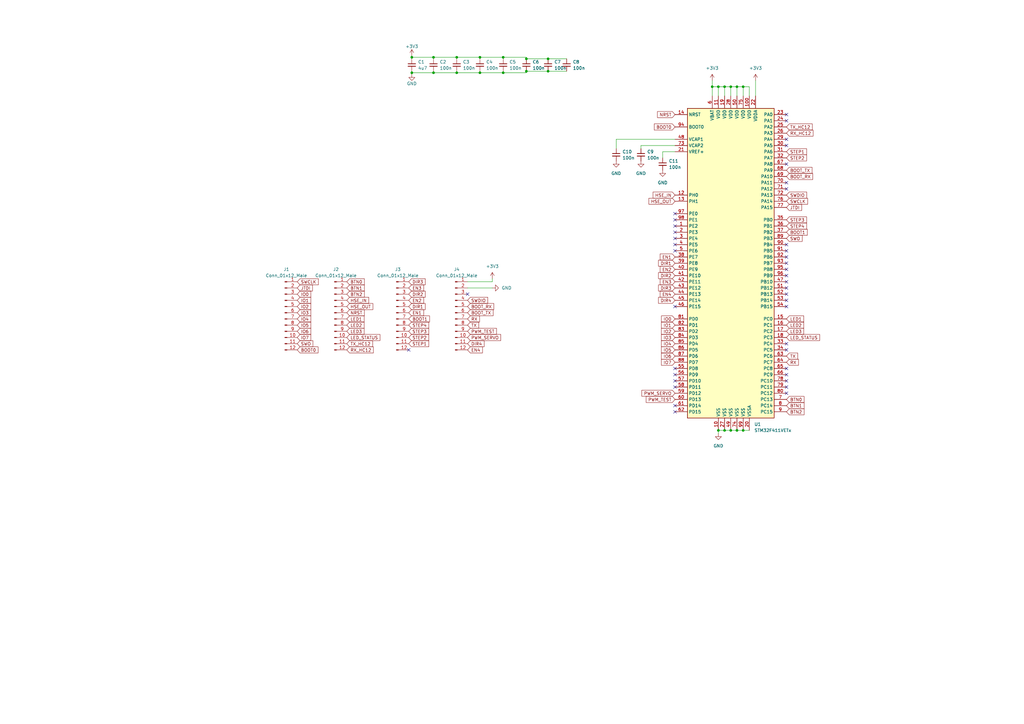
<source format=kicad_sch>
(kicad_sch (version 20211123) (generator eeschema)
  (paper "A3")
  (lib_symbols
    (symbol "Connector:Conn_01x12_Male" (pin_names (offset 1.016) hide)
      (property "Reference" "J" (at 0 15.24 0))
      (property "Value" "Conn_01x12_Male" (at 0 -17.78 0))
      (symbol "Conn_01x12_Male_1_1"
        (polyline (pts (xy 1.27 -15.24) (xy 0.8636 -15.24)) (stroke (width 0.1524)))
        (polyline (pts (xy 1.27 -12.7) (xy 0.8636 -12.7)) (stroke (width 0.1524)))
        (polyline (pts (xy 1.27 -10.16) (xy 0.8636 -10.16)) (stroke (width 0.1524)))
        (polyline (pts (xy 1.27 -7.62) (xy 0.8636 -7.62)) (stroke (width 0.1524)))
        (polyline (pts (xy 1.27 -5.08) (xy 0.8636 -5.08)) (stroke (width 0.1524)))
        (polyline (pts (xy 1.27 -2.54) (xy 0.8636 -2.54)) (stroke (width 0.1524)))
        (polyline (pts (xy 1.27 0) (xy 0.8636 0)) (stroke (width 0.1524)))
        (polyline (pts (xy 1.27 2.54) (xy 0.8636 2.54)) (stroke (width 0.1524)))
        (polyline (pts (xy 1.27 5.08) (xy 0.8636 5.08)) (stroke (width 0.1524)))
        (polyline (pts (xy 1.27 7.62) (xy 0.8636 7.62)) (stroke (width 0.1524)))
        (polyline (pts (xy 1.27 10.16) (xy 0.8636 10.16)) (stroke (width 0.1524)))
        (polyline (pts (xy 1.27 12.7) (xy 0.8636 12.7)) (stroke (width 0.1524)))
        (rectangle (start 0.8636 -15.113) (end 0 -15.367) (stroke (width 0.1524)) (fill (type outline)))
        (rectangle (start 0.8636 -12.573) (end 0 -12.827) (stroke (width 0.1524)) (fill (type outline)))
        (rectangle (start 0.8636 -10.033) (end 0 -10.287) (stroke (width 0.1524)) (fill (type outline)))
        (rectangle (start 0.8636 -7.493) (end 0 -7.747) (stroke (width 0.1524)) (fill (type outline)))
        (rectangle (start 0.8636 -4.953) (end 0 -5.207) (stroke (width 0.1524)) (fill (type outline)))
        (rectangle (start 0.8636 -2.413) (end 0 -2.667) (stroke (width 0.1524)) (fill (type outline)))
        (rectangle (start 0.8636 0.127) (end 0 -0.127) (stroke (width 0.1524)) (fill (type outline)))
        (rectangle (start 0.8636 2.667) (end 0 2.413) (stroke (width 0.1524)) (fill (type outline)))
        (rectangle (start 0.8636 5.207) (end 0 4.953) (stroke (width 0.1524)) (fill (type outline)))
        (rectangle (start 0.8636 7.747) (end 0 7.493) (stroke (width 0.1524)) (fill (type outline)))
        (rectangle (start 0.8636 10.287) (end 0 10.033) (stroke (width 0.1524)) (fill (type outline)))
        (rectangle (start 0.8636 12.827) (end 0 12.573) (stroke (width 0.1524)) (fill (type outline)))
        (pin passive line (at 5.08 12.7 180) (length 3.81) (name "Pin_1") (number "1"))
        (pin passive line (at 5.08 -10.16 180) (length 3.81) (name "Pin_10") (number "10"))
        (pin passive line (at 5.08 -12.7 180) (length 3.81) (name "Pin_11") (number "11"))
        (pin passive line (at 5.08 -15.24 180) (length 3.81) (name "Pin_12") (number "12"))
        (pin passive line (at 5.08 10.16 180) (length 3.81) (name "Pin_2") (number "2"))
        (pin passive line (at 5.08 7.62 180) (length 3.81) (name "Pin_3") (number "3"))
        (pin passive line (at 5.08 5.08 180) (length 3.81) (name "Pin_4") (number "4"))
        (pin passive line (at 5.08 2.54 180) (length 3.81) (name "Pin_5") (number "5"))
        (pin passive line (at 5.08 0 180) (length 3.81) (name "Pin_6") (number "6"))
        (pin passive line (at 5.08 -2.54 180) (length 3.81) (name "Pin_7") (number "7"))
        (pin passive line (at 5.08 -5.08 180) (length 3.81) (name "Pin_8") (number "8"))
        (pin passive line (at 5.08 -7.62 180) (length 3.81) (name "Pin_9") (number "9"))
      )
    )
    (symbol "Device:C_Small" (pin_numbers hide) (pin_names (offset 0.254) hide)
      (property "Reference" "C" (at 0.254 1.778 0))
      (property "Value" "C_Small" (at 0.254 -2.032 0))
      (symbol "C_Small_0_1"
        (polyline (pts (xy -1.524 -0.508) (xy 1.524 -0.508)) (stroke (width 0.3302)))
        (polyline (pts (xy -1.524 0.508) (xy 1.524 0.508)) (stroke (width 0.3048)))
      )
      (symbol "C_Small_1_1"
        (pin passive line (at 0 2.54 270) (length 2.032) (name "~") (number "1"))
        (pin passive line (at 0 -2.54 90) (length 2.032) (name "~") (number "2"))
      )
    )
    (symbol "MCU_ST_STM32F4:STM32F411VETx"
      (property "Reference" "U" (at -17.78 64.77 0))
      (property "Value" "STM32F411VETx" (at 12.7 64.77 0))
      (symbol "STM32F411VETx_0_1"
        (rectangle (start -17.78 -63.5) (end 17.78 63.5) (stroke (width 0.254)) (fill (type background)))
      )
      (symbol "STM32F411VETx_1_1"
        (pin bidirectional line (at -22.86 15.24 0) (length 5.08) (name "PE2") (number "1"))
        (pin power_in line (at -5.08 -68.58 90) (length 5.08) (name "VSS") (number "10"))
        (pin power_in line (at 7.62 68.58 270) (length 5.08) (name "VDD") (number "100"))
        (pin power_in line (at -5.08 68.58 270) (length 5.08) (name "VDD") (number "11"))
        (pin input line (at -22.86 27.94 0) (length 5.08) (name "PH0") (number "12"))
        (pin input line (at -22.86 25.4 0) (length 5.08) (name "PH1") (number "13"))
        (pin input line (at -22.86 60.96 0) (length 5.08) (name "NRST") (number "14"))
        (pin bidirectional line (at 22.86 -22.86 180) (length 5.08) (name "PC0") (number "15"))
        (pin bidirectional line (at 22.86 -25.4 180) (length 5.08) (name "PC1") (number "16"))
        (pin bidirectional line (at 22.86 -27.94 180) (length 5.08) (name "PC2") (number "17"))
        (pin bidirectional line (at 22.86 -30.48 180) (length 5.08) (name "PC3") (number "18"))
        (pin power_in line (at -2.54 68.58 270) (length 5.08) (name "VDD") (number "19"))
        (pin bidirectional line (at -22.86 12.7 0) (length 5.08) (name "PE3") (number "2"))
        (pin power_in line (at 7.62 -68.58 90) (length 5.08) (name "VSSA") (number "20"))
        (pin power_in line (at -22.86 45.72 0) (length 5.08) (name "VREF+") (number "21"))
        (pin power_in line (at 10.16 68.58 270) (length 5.08) (name "VDDA") (number "22"))
        (pin bidirectional line (at 22.86 60.96 180) (length 5.08) (name "PA0") (number "23"))
        (pin bidirectional line (at 22.86 58.42 180) (length 5.08) (name "PA1") (number "24"))
        (pin bidirectional line (at 22.86 55.88 180) (length 5.08) (name "PA2") (number "25"))
        (pin bidirectional line (at 22.86 53.34 180) (length 5.08) (name "PA3") (number "26"))
        (pin power_in line (at -2.54 -68.58 90) (length 5.08) (name "VSS") (number "27"))
        (pin power_in line (at 0 68.58 270) (length 5.08) (name "VDD") (number "28"))
        (pin bidirectional line (at 22.86 50.8 180) (length 5.08) (name "PA4") (number "29"))
        (pin bidirectional line (at -22.86 10.16 0) (length 5.08) (name "PE4") (number "3"))
        (pin bidirectional line (at 22.86 48.26 180) (length 5.08) (name "PA5") (number "30"))
        (pin bidirectional line (at 22.86 45.72 180) (length 5.08) (name "PA6") (number "31"))
        (pin bidirectional line (at 22.86 43.18 180) (length 5.08) (name "PA7") (number "32"))
        (pin bidirectional line (at 22.86 -33.02 180) (length 5.08) (name "PC4") (number "33"))
        (pin bidirectional line (at 22.86 -35.56 180) (length 5.08) (name "PC5") (number "34"))
        (pin bidirectional line (at 22.86 17.78 180) (length 5.08) (name "PB0") (number "35"))
        (pin bidirectional line (at 22.86 15.24 180) (length 5.08) (name "PB1") (number "36"))
        (pin bidirectional line (at 22.86 12.7 180) (length 5.08) (name "PB2") (number "37"))
        (pin bidirectional line (at -22.86 2.54 0) (length 5.08) (name "PE7") (number "38"))
        (pin bidirectional line (at -22.86 0 0) (length 5.08) (name "PE8") (number "39"))
        (pin bidirectional line (at -22.86 7.62 0) (length 5.08) (name "PE5") (number "4"))
        (pin bidirectional line (at -22.86 -2.54 0) (length 5.08) (name "PE9") (number "40"))
        (pin bidirectional line (at -22.86 -5.08 0) (length 5.08) (name "PE10") (number "41"))
        (pin bidirectional line (at -22.86 -7.62 0) (length 5.08) (name "PE11") (number "42"))
        (pin bidirectional line (at -22.86 -10.16 0) (length 5.08) (name "PE12") (number "43"))
        (pin bidirectional line (at -22.86 -12.7 0) (length 5.08) (name "PE13") (number "44"))
        (pin bidirectional line (at -22.86 -15.24 0) (length 5.08) (name "PE14") (number "45"))
        (pin bidirectional line (at -22.86 -17.78 0) (length 5.08) (name "PE15") (number "46"))
        (pin bidirectional line (at 22.86 -7.62 180) (length 5.08) (name "PB10") (number "47"))
        (pin power_in line (at -22.86 50.8 0) (length 5.08) (name "VCAP1") (number "48"))
        (pin power_in line (at 0 -68.58 90) (length 5.08) (name "VSS") (number "49"))
        (pin bidirectional line (at -22.86 5.08 0) (length 5.08) (name "PE6") (number "5"))
        (pin power_in line (at 2.54 68.58 270) (length 5.08) (name "VDD") (number "50"))
        (pin bidirectional line (at 22.86 -10.16 180) (length 5.08) (name "PB12") (number "51"))
        (pin bidirectional line (at 22.86 -12.7 180) (length 5.08) (name "PB13") (number "52"))
        (pin bidirectional line (at 22.86 -15.24 180) (length 5.08) (name "PB14") (number "53"))
        (pin bidirectional line (at 22.86 -17.78 180) (length 5.08) (name "PB15") (number "54"))
        (pin bidirectional line (at -22.86 -43.18 0) (length 5.08) (name "PD8") (number "55"))
        (pin bidirectional line (at -22.86 -45.72 0) (length 5.08) (name "PD9") (number "56"))
        (pin bidirectional line (at -22.86 -48.26 0) (length 5.08) (name "PD10") (number "57"))
        (pin bidirectional line (at -22.86 -50.8 0) (length 5.08) (name "PD11") (number "58"))
        (pin bidirectional line (at -22.86 -53.34 0) (length 5.08) (name "PD12") (number "59"))
        (pin power_in line (at -7.62 68.58 270) (length 5.08) (name "VBAT") (number "6"))
        (pin bidirectional line (at -22.86 -55.88 0) (length 5.08) (name "PD13") (number "60"))
        (pin bidirectional line (at -22.86 -58.42 0) (length 5.08) (name "PD14") (number "61"))
        (pin bidirectional line (at -22.86 -60.96 0) (length 5.08) (name "PD15") (number "62"))
        (pin bidirectional line (at 22.86 -38.1 180) (length 5.08) (name "PC6") (number "63"))
        (pin bidirectional line (at 22.86 -40.64 180) (length 5.08) (name "PC7") (number "64"))
        (pin bidirectional line (at 22.86 -43.18 180) (length 5.08) (name "PC8") (number "65"))
        (pin bidirectional line (at 22.86 -45.72 180) (length 5.08) (name "PC9") (number "66"))
        (pin bidirectional line (at 22.86 40.64 180) (length 5.08) (name "PA8") (number "67"))
        (pin bidirectional line (at 22.86 38.1 180) (length 5.08) (name "PA9") (number "68"))
        (pin bidirectional line (at 22.86 35.56 180) (length 5.08) (name "PA10") (number "69"))
        (pin bidirectional line (at 22.86 -55.88 180) (length 5.08) (name "PC13") (number "7"))
        (pin bidirectional line (at 22.86 33.02 180) (length 5.08) (name "PA11") (number "70"))
        (pin bidirectional line (at 22.86 30.48 180) (length 5.08) (name "PA12") (number "71"))
        (pin bidirectional line (at 22.86 27.94 180) (length 5.08) (name "PA13") (number "72"))
        (pin power_in line (at -22.86 48.26 0) (length 5.08) (name "VCAP2") (number "73"))
        (pin power_in line (at 2.54 -68.58 90) (length 5.08) (name "VSS") (number "74"))
        (pin power_in line (at 5.08 68.58 270) (length 5.08) (name "VDD") (number "75"))
        (pin bidirectional line (at 22.86 25.4 180) (length 5.08) (name "PA14") (number "76"))
        (pin bidirectional line (at 22.86 22.86 180) (length 5.08) (name "PA15") (number "77"))
        (pin bidirectional line (at 22.86 -48.26 180) (length 5.08) (name "PC10") (number "78"))
        (pin bidirectional line (at 22.86 -50.8 180) (length 5.08) (name "PC11") (number "79"))
        (pin bidirectional line (at 22.86 -58.42 180) (length 5.08) (name "PC14") (number "8"))
        (pin bidirectional line (at 22.86 -53.34 180) (length 5.08) (name "PC12") (number "80"))
        (pin bidirectional line (at -22.86 -22.86 0) (length 5.08) (name "PD0") (number "81"))
        (pin bidirectional line (at -22.86 -25.4 0) (length 5.08) (name "PD1") (number "82"))
        (pin bidirectional line (at -22.86 -27.94 0) (length 5.08) (name "PD2") (number "83"))
        (pin bidirectional line (at -22.86 -30.48 0) (length 5.08) (name "PD3") (number "84"))
        (pin bidirectional line (at -22.86 -33.02 0) (length 5.08) (name "PD4") (number "85"))
        (pin bidirectional line (at -22.86 -35.56 0) (length 5.08) (name "PD5") (number "86"))
        (pin bidirectional line (at -22.86 -38.1 0) (length 5.08) (name "PD6") (number "87"))
        (pin bidirectional line (at -22.86 -40.64 0) (length 5.08) (name "PD7") (number "88"))
        (pin bidirectional line (at 22.86 10.16 180) (length 5.08) (name "PB3") (number "89"))
        (pin bidirectional line (at 22.86 -60.96 180) (length 5.08) (name "PC15") (number "9"))
        (pin bidirectional line (at 22.86 7.62 180) (length 5.08) (name "PB4") (number "90"))
        (pin bidirectional line (at 22.86 5.08 180) (length 5.08) (name "PB5") (number "91"))
        (pin bidirectional line (at 22.86 2.54 180) (length 5.08) (name "PB6") (number "92"))
        (pin bidirectional line (at 22.86 0 180) (length 5.08) (name "PB7") (number "93"))
        (pin input line (at -22.86 55.88 0) (length 5.08) (name "BOOT0") (number "94"))
        (pin bidirectional line (at 22.86 -2.54 180) (length 5.08) (name "PB8") (number "95"))
        (pin bidirectional line (at 22.86 -5.08 180) (length 5.08) (name "PB9") (number "96"))
        (pin bidirectional line (at -22.86 20.32 0) (length 5.08) (name "PE0") (number "97"))
        (pin bidirectional line (at -22.86 17.78 0) (length 5.08) (name "PE1") (number "98"))
        (pin power_in line (at 5.08 -68.58 90) (length 5.08) (name "VSS") (number "99"))
      )
    )
    (symbol "power:+3.3V" (power) (pin_names (offset 0))
      (property "Value" "+3.3V" (at 0 3.556 0))
      (symbol "+3.3V_0_1"
        (polyline (pts (xy -0.762 1.27) (xy 0 2.54)))
        (polyline (pts (xy 0 0) (xy 0 2.54)))
        (polyline (pts (xy 0 2.54) (xy 0.762 1.27)))
      )
      (symbol "+3.3V_1_1"
        (pin power_in line (at 0 0 90) (length 0) hide (name "+3V3") (number "1"))
      )
    )
    (symbol "power:GND" (power) (pin_names (offset 0))
      (property "Value" "GND" (at 0 -3.81 0))
      (symbol "GND_0_1"
        (polyline (pts (xy 0 0) (xy 0 -1.27) (xy 1.27 -1.27) (xy 0 -2.54) (xy -1.27 -1.27) (xy 0 -1.27)))
      )
      (symbol "GND_1_1"
        (pin power_in line (at 0 0 270) (length 0) hide (name "GND") (number "1"))
      )
    )
  )
  (junction (at 168.91 29.845))
  (junction (at 304.8 176.53))
  (junction (at 168.91 23.495))
  (junction (at 196.85 29.845))
  (junction (at 304.8 35.56))
  (junction (at 292.1 35.56))
  (junction (at 224.79 24.13))
  (junction (at 297.18 35.56))
  (junction (at 299.72 35.56))
  (junction (at 177.8 29.845))
  (junction (at 206.375 23.495))
  (junction (at 215.9 29.21))
  (junction (at 177.8 23.495))
  (junction (at 206.375 29.845))
  (junction (at 302.26 35.56))
  (junction (at 187.325 23.495))
  (junction (at 187.325 29.845))
  (junction (at 302.26 176.53))
  (junction (at 224.79 29.21))
  (junction (at 215.9 24.13))
  (junction (at 294.64 35.56))
  (junction (at 297.18 176.53))
  (junction (at 196.85 23.495))
  (junction (at 299.72 176.53))
  (junction (at 294.64 176.53))
  (no_connect (at 322.58 46.99))
  (no_connect (at 322.58 57.15))
  (no_connect (at 322.58 49.53))
  (no_connect (at 322.58 110.49))
  (no_connect (at 322.58 107.95))
  (no_connect (at 322.58 105.41))
  (no_connect (at 322.58 102.87))
  (no_connect (at 322.58 100.33))
  (no_connect (at 322.58 59.69))
  (no_connect (at 322.58 77.47))
  (no_connect (at 322.58 74.93))
  (no_connect (at 322.58 67.31))
  (no_connect (at 276.86 102.87))
  (no_connect (at 276.86 97.79))
  (no_connect (at 276.86 100.33))
  (no_connect (at 276.86 87.63))
  (no_connect (at 276.86 90.17))
  (no_connect (at 276.86 92.71))
  (no_connect (at 276.86 95.25))
  (no_connect (at 276.86 125.73))
  (no_connect (at 276.86 151.13))
  (no_connect (at 276.86 153.67))
  (no_connect (at 276.86 156.21))
  (no_connect (at 276.86 158.75))
  (no_connect (at 276.86 166.37))
  (no_connect (at 276.86 168.91))
  (no_connect (at 322.58 161.29))
  (no_connect (at 322.58 158.75))
  (no_connect (at 322.58 156.21))
  (no_connect (at 322.58 153.67))
  (no_connect (at 322.58 151.13))
  (no_connect (at 322.58 143.51))
  (no_connect (at 322.58 140.97))
  (no_connect (at 322.58 123.19))
  (no_connect (at 322.58 120.65))
  (no_connect (at 322.58 118.11))
  (no_connect (at 322.58 115.57))
  (no_connect (at 322.58 113.03))
  (no_connect (at 322.58 125.73))
  (no_connect (at 167.64 143.51))
  (no_connect (at 191.77 120.65))
  (wire (pts (xy 276.86 59.69) (xy 262.89 59.69)))
  (wire (pts (xy 262.89 59.69) (xy 262.89 60.96)))
  (wire (pts (xy 292.1 33.02) (xy 292.1 35.56)))
  (wire (pts (xy 294.64 35.56) (xy 292.1 35.56)))
  (wire (pts (xy 201.93 115.57) (xy 201.93 114.3)))
  (wire (pts (xy 187.325 23.495) (xy 196.85 23.495)))
  (wire (pts (xy 177.8 23.495) (xy 187.325 23.495)))
  (wire (pts (xy 307.34 35.56) (xy 304.8 35.56)))
  (wire (pts (xy 196.85 29.845) (xy 206.375 29.845)))
  (wire (pts (xy 297.18 35.56) (xy 294.64 35.56)))
  (wire (pts (xy 168.91 30.48) (xy 168.91 29.845)))
  (wire (pts (xy 215.9 29.845) (xy 215.9 29.21)))
  (wire (pts (xy 177.8 29.21) (xy 177.8 29.845)))
  (wire (pts (xy 215.9 24.13) (xy 224.79 24.13)))
  (wire (pts (xy 302.26 39.37) (xy 302.26 35.56)))
  (wire (pts (xy 299.72 176.53) (xy 302.26 176.53)))
  (wire (pts (xy 224.79 24.13) (xy 232.41 24.13)))
  (wire (pts (xy 252.73 57.15) (xy 252.73 60.96)))
  (wire (pts (xy 224.79 29.21) (xy 232.41 29.21)))
  (wire (pts (xy 292.1 35.56) (xy 292.1 39.37)))
  (wire (pts (xy 187.325 29.845) (xy 196.85 29.845)))
  (wire (pts (xy 206.375 29.21) (xy 206.375 29.845)))
  (wire (pts (xy 196.85 29.21) (xy 196.85 29.845)))
  (wire (pts (xy 302.26 35.56) (xy 299.72 35.56)))
  (wire (pts (xy 297.18 176.53) (xy 299.72 176.53)))
  (wire (pts (xy 304.8 35.56) (xy 302.26 35.56)))
  (wire (pts (xy 302.26 176.53) (xy 304.8 176.53)))
  (wire (pts (xy 309.88 33.02) (xy 309.88 39.37)))
  (wire (pts (xy 294.64 176.53) (xy 297.18 176.53)))
  (wire (pts (xy 294.64 39.37) (xy 294.64 35.56)))
  (wire (pts (xy 271.78 62.23) (xy 276.86 62.23)))
  (wire (pts (xy 177.8 24.13) (xy 177.8 23.495)))
  (wire (pts (xy 252.73 57.15) (xy 276.86 57.15)))
  (wire (pts (xy 187.325 24.13) (xy 187.325 23.495)))
  (wire (pts (xy 168.91 23.495) (xy 177.8 23.495)))
  (wire (pts (xy 299.72 35.56) (xy 297.18 35.56)))
  (wire (pts (xy 215.9 29.21) (xy 224.79 29.21)))
  (wire (pts (xy 294.64 176.53) (xy 294.64 177.8)))
  (wire (pts (xy 206.375 24.13) (xy 206.375 23.495)))
  (wire (pts (xy 196.85 24.13) (xy 196.85 23.495)))
  (wire (pts (xy 168.91 29.845) (xy 168.91 29.21)))
  (wire (pts (xy 168.91 29.845) (xy 177.8 29.845)))
  (wire (pts (xy 215.9 23.495) (xy 215.9 24.13)))
  (wire (pts (xy 307.34 39.37) (xy 307.34 35.56)))
  (wire (pts (xy 177.8 29.845) (xy 187.325 29.845)))
  (wire (pts (xy 168.91 23.495) (xy 168.91 24.13)))
  (wire (pts (xy 304.8 39.37) (xy 304.8 35.56)))
  (wire (pts (xy 168.91 22.86) (xy 168.91 23.495)))
  (wire (pts (xy 206.375 29.845) (xy 215.9 29.845)))
  (wire (pts (xy 187.325 29.21) (xy 187.325 29.845)))
  (wire (pts (xy 206.375 23.495) (xy 215.9 23.495)))
  (wire (pts (xy 299.72 39.37) (xy 299.72 35.56)))
  (wire (pts (xy 191.77 118.11) (xy 201.93 118.11)))
  (wire (pts (xy 196.85 23.495) (xy 206.375 23.495)))
  (wire (pts (xy 304.8 176.53) (xy 307.34 176.53)))
  (wire (pts (xy 271.78 62.23) (xy 271.78 64.77)))
  (wire (pts (xy 297.18 39.37) (xy 297.18 35.56)))
  (wire (pts (xy 191.77 115.57) (xy 201.93 115.57)))
  (global_label "LED2" (shape input) (at 322.58 133.35 0) (property "Intersheet References" "${INTERSHEET_REFS}" (effects hide)))
  (global_label "EN2" (shape input) (at 167.64 123.19 0) (property "Intersheet References" "${INTERSHEET_REFS}" (effects hide)))
  (global_label "IO6" (shape input) (at 276.86 146.05 180) (property "Intersheet References" "${INTERSHEET_REFS}" (effects hide)))
  (global_label "BOOT0" (shape input) (at 276.86 52.07 180) (property "Intersheet References" "${INTERSHEET_REFS}" (effects hide)))
  (global_label "IO6" (shape input) (at 121.92 135.89 0) (property "Intersheet References" "${INTERSHEET_REFS}" (effects hide)))
  (global_label "RX" (shape input) (at 191.77 130.81 0) (property "Intersheet References" "${INTERSHEET_REFS}" (effects hide)))
  (global_label "NRST" (shape input) (at 142.24 128.27 0) (property "Intersheet References" "${INTERSHEET_REFS}" (effects hide)))
  (global_label "BOOT0" (shape input) (at 121.92 143.51 0) (property "Intersheet References" "${INTERSHEET_REFS}" (effects hide)))
  (global_label "PWM_SERVO" (shape input) (at 276.86 161.29 180) (property "Intersheet References" "${INTERSHEET_REFS}" (effects hide)))
  (global_label "IO0" (shape input) (at 276.86 130.81 180) (property "Intersheet References" "${INTERSHEET_REFS}" (effects hide)))
  (global_label "BOOT_RX" (shape input) (at 322.58 72.39 0) (property "Intersheet References" "${INTERSHEET_REFS}" (effects hide)))
  (global_label "RX_HC12" (shape input) (at 142.24 143.51 0) (property "Intersheet References" "${INTERSHEET_REFS}" (effects hide)))
  (global_label "BOOT1" (shape input) (at 322.58 95.25 0) (property "Intersheet References" "${INTERSHEET_REFS}" (effects hide)))
  (global_label "PWM_TEST" (shape input) (at 191.77 135.89 0) (property "Intersheet References" "${INTERSHEET_REFS}" (effects hide)))
  (global_label "NRST" (shape input) (at 276.86 46.99 180) (property "Intersheet References" "${INTERSHEET_REFS}" (effects hide)))
  (global_label "EN3" (shape input) (at 276.86 115.57 180) (property "Intersheet References" "${INTERSHEET_REFS}" (effects hide)))
  (global_label "IO5" (shape input) (at 121.92 133.35 0) (property "Intersheet References" "${INTERSHEET_REFS}" (effects hide)))
  (global_label "TX_HC12" (shape input) (at 322.58 52.07 0) (property "Intersheet References" "${INTERSHEET_REFS}" (effects hide)))
  (global_label "RX" (shape input) (at 322.58 148.59 0) (property "Intersheet References" "${INTERSHEET_REFS}" (effects hide)))
  (global_label "STEP4" (shape input) (at 322.58 92.71 0) (property "Intersheet References" "${INTERSHEET_REFS}" (effects hide)))
  (global_label "LED_STATUS" (shape input) (at 142.24 138.43 0) (property "Intersheet References" "${INTERSHEET_REFS}" (effects hide)))
  (global_label "LED2" (shape input) (at 142.24 133.35 0) (property "Intersheet References" "${INTERSHEET_REFS}" (effects hide)))
  (global_label "TX_HC12" (shape input) (at 142.24 140.97 0) (property "Intersheet References" "${INTERSHEET_REFS}" (effects hide)))
  (global_label "LED3" (shape input) (at 142.24 135.89 0) (property "Intersheet References" "${INTERSHEET_REFS}" (effects hide)))
  (global_label "DIR2" (shape input) (at 167.64 120.65 0) (property "Intersheet References" "${INTERSHEET_REFS}" (effects hide)))
  (global_label "SWCLK" (shape input) (at 322.58 82.55 0) (property "Intersheet References" "${INTERSHEET_REFS}" (effects hide)))
  (global_label "SWDIO" (shape input) (at 322.58 80.01 0) (property "Intersheet References" "${INTERSHEET_REFS}" (effects hide)))
  (global_label "SWDIO" (shape input) (at 191.77 123.19 0) (property "Intersheet References" "${INTERSHEET_REFS}" (effects hide)))
  (global_label "HSE_IN" (shape input) (at 142.24 123.19 0) (property "Intersheet References" "${INTERSHEET_REFS}" (effects hide)))
  (global_label "LED1" (shape input) (at 142.24 130.81 0) (property "Intersheet References" "${INTERSHEET_REFS}" (effects hide)))
  (global_label "BTN1" (shape input) (at 142.24 118.11 0) (property "Intersheet References" "${INTERSHEET_REFS}" (effects hide)))
  (global_label "DIR3" (shape input) (at 167.64 115.57 0) (property "Intersheet References" "${INTERSHEET_REFS}" (effects hide)))
  (global_label "RX_HC12" (shape input) (at 322.58 54.61 0) (property "Intersheet References" "${INTERSHEET_REFS}" (effects hide)))
  (global_label "BTN0" (shape input) (at 142.24 115.57 0) (property "Intersheet References" "${INTERSHEET_REFS}" (effects hide)))
  (global_label "IO1" (shape input) (at 276.86 133.35 180) (property "Intersheet References" "${INTERSHEET_REFS}" (effects hide)))
  (global_label "BTN0" (shape input) (at 322.58 163.83 0) (property "Intersheet References" "${INTERSHEET_REFS}" (effects hide)))
  (global_label "STEP4" (shape input) (at 167.64 133.35 0) (property "Intersheet References" "${INTERSHEET_REFS}" (effects hide)))
  (global_label "LED1" (shape input) (at 322.58 130.81 0) (property "Intersheet References" "${INTERSHEET_REFS}" (effects hide)))
  (global_label "JTDI" (shape input) (at 322.58 85.09 0) (property "Intersheet References" "${INTERSHEET_REFS}" (effects hide)))
  (global_label "BOOT1" (shape input) (at 167.64 130.81 0) (property "Intersheet References" "${INTERSHEET_REFS}" (effects hide)))
  (global_label "IO7" (shape input) (at 276.86 148.59 180) (property "Intersheet References" "${INTERSHEET_REFS}" (effects hide)))
  (global_label "IO1" (shape input) (at 121.92 123.19 0) (property "Intersheet References" "${INTERSHEET_REFS}" (effects hide)))
  (global_label "IO3" (shape input) (at 276.86 138.43 180) (property "Intersheet References" "${INTERSHEET_REFS}" (effects hide)))
  (global_label "PWM_TEST" (shape input) (at 276.86 163.83 180) (property "Intersheet References" "${INTERSHEET_REFS}" (effects hide)))
  (global_label "STEP1" (shape input) (at 322.58 62.23 0) (property "Intersheet References" "${INTERSHEET_REFS}" (effects hide)))
  (global_label "LED3" (shape input) (at 322.58 135.89 0) (property "Intersheet References" "${INTERSHEET_REFS}" (effects hide)))
  (global_label "EN1" (shape input) (at 276.86 105.41 180) (property "Intersheet References" "${INTERSHEET_REFS}" (effects hide)))
  (global_label "STEP2" (shape input) (at 322.58 64.77 0) (property "Intersheet References" "${INTERSHEET_REFS}" (effects hide)))
  (global_label "SWO" (shape input) (at 121.92 140.97 0) (property "Intersheet References" "${INTERSHEET_REFS}" (effects hide)))
  (global_label "IO2" (shape input) (at 121.92 125.73 0) (property "Intersheet References" "${INTERSHEET_REFS}" (effects hide)))
  (global_label "BTN2" (shape input) (at 322.58 168.91 0) (property "Intersheet References" "${INTERSHEET_REFS}" (effects hide)))
  (global_label "DIR1" (shape input) (at 276.86 107.95 180) (property "Intersheet References" "${INTERSHEET_REFS}" (effects hide)))
  (global_label "IO3" (shape input) (at 121.92 128.27 0) (property "Intersheet References" "${INTERSHEET_REFS}" (effects hide)))
  (global_label "EN3" (shape input) (at 167.64 118.11 0) (property "Intersheet References" "${INTERSHEET_REFS}" (effects hide)))
  (global_label "SWO" (shape input) (at 322.58 97.79 0) (property "Intersheet References" "${INTERSHEET_REFS}" (effects hide)))
  (global_label "SWCLK" (shape input) (at 121.92 115.57 0) (property "Intersheet References" "${INTERSHEET_REFS}" (effects hide)))
  (global_label "IO5" (shape input) (at 276.86 143.51 180) (property "Intersheet References" "${INTERSHEET_REFS}" (effects hide)))
  (global_label "IO0" (shape input) (at 121.92 120.65 0) (property "Intersheet References" "${INTERSHEET_REFS}" (effects hide)))
  (global_label "DIR4" (shape input) (at 276.86 123.19 180) (property "Intersheet References" "${INTERSHEET_REFS}" (effects hide)))
  (global_label "IO4" (shape input) (at 276.86 140.97 180) (property "Intersheet References" "${INTERSHEET_REFS}" (effects hide)))
  (global_label "DIR3" (shape input) (at 276.86 118.11 180) (property "Intersheet References" "${INTERSHEET_REFS}" (effects hide)))
  (global_label "BTN2" (shape input) (at 142.24 120.65 0) (property "Intersheet References" "${INTERSHEET_REFS}" (effects hide)))
  (global_label "DIR2" (shape input) (at 276.86 113.03 180) (property "Intersheet References" "${INTERSHEET_REFS}" (effects hide)))
  (global_label "BOOT_RX" (shape input) (at 191.77 125.73 0) (property "Intersheet References" "${INTERSHEET_REFS}" (effects hide)))
  (global_label "STEP3" (shape input) (at 322.58 90.17 0) (property "Intersheet References" "${INTERSHEET_REFS}" (effects hide)))
  (global_label "LED_STATUS" (shape input) (at 322.58 138.43 0) (property "Intersheet References" "${INTERSHEET_REFS}" (effects hide)))
  (global_label "PWM_SERVO" (shape input) (at 191.77 138.43 0) (property "Intersheet References" "${INTERSHEET_REFS}" (effects hide)))
  (global_label "EN4" (shape input) (at 191.77 143.51 0) (property "Intersheet References" "${INTERSHEET_REFS}" (effects hide)))
  (global_label "TX" (shape input) (at 191.77 133.35 0) (property "Intersheet References" "${INTERSHEET_REFS}" (effects hide)))
  (global_label "IO4" (shape input) (at 121.92 130.81 0) (property "Intersheet References" "${INTERSHEET_REFS}" (effects hide)))
  (global_label "HSE_OUT" (shape input) (at 276.86 82.55 180) (property "Intersheet References" "${INTERSHEET_REFS}" (effects hide)))
  (global_label "BTN1" (shape input) (at 322.58 166.37 0) (property "Intersheet References" "${INTERSHEET_REFS}" (effects hide)))
  (global_label "STEP3" (shape input) (at 167.64 135.89 0) (property "Intersheet References" "${INTERSHEET_REFS}" (effects hide)))
  (global_label "HSE_IN" (shape input) (at 276.86 80.01 180) (property "Intersheet References" "${INTERSHEET_REFS}" (effects hide)))
  (global_label "DIR1" (shape input) (at 167.64 125.73 0) (property "Intersheet References" "${INTERSHEET_REFS}" (effects hide)))
  (global_label "IO7" (shape input) (at 121.92 138.43 0) (property "Intersheet References" "${INTERSHEET_REFS}" (effects hide)))
  (global_label "BOOT_TX" (shape input) (at 191.77 128.27 0) (property "Intersheet References" "${INTERSHEET_REFS}" (effects hide)))
  (global_label "JTDI" (shape input) (at 121.92 118.11 0) (property "Intersheet References" "${INTERSHEET_REFS}" (effects hide)))
  (global_label "STEP1" (shape input) (at 167.64 140.97 0) (property "Intersheet References" "${INTERSHEET_REFS}" (effects hide)))
  (global_label "TX" (shape input) (at 322.58 146.05 0) (property "Intersheet References" "${INTERSHEET_REFS}" (effects hide)))
  (global_label "DIR4" (shape input) (at 191.77 140.97 0) (property "Intersheet References" "${INTERSHEET_REFS}" (effects hide)))
  (global_label "EN2" (shape input) (at 276.86 110.49 180) (property "Intersheet References" "${INTERSHEET_REFS}" (effects hide)))
  (global_label "STEP2" (shape input) (at 167.64 138.43 0) (property "Intersheet References" "${INTERSHEET_REFS}" (effects hide)))
  (global_label "HSE_OUT" (shape input) (at 142.24 125.73 0) (property "Intersheet References" "${INTERSHEET_REFS}" (effects hide)))
  (global_label "EN1" (shape input) (at 167.64 128.27 0) (property "Intersheet References" "${INTERSHEET_REFS}" (effects hide)))
  (global_label "IO2" (shape input) (at 276.86 135.89 180) (property "Intersheet References" "${INTERSHEET_REFS}" (effects hide)))
  (global_label "EN4" (shape input) (at 276.86 120.65 180) (property "Intersheet References" "${INTERSHEET_REFS}" (effects hide)))
  (global_label "BOOT_TX" (shape input) (at 322.58 69.85 0) (property "Intersheet References" "${INTERSHEET_REFS}" (effects hide)))
  (symbol (lib_id "power:+3.3V") (at 292.1 33.02 0) (unit 1)
    (property "Reference" "#PWR02" (effects hide))
    (property "Value" "+3.3V" (at 292.1 27.94 0))
  )
  (symbol (lib_id "Device:C_Small") (at 168.91 26.67 0) (unit 1)
    (property "Reference" "C1" (at 171.45 25.4 0) (effects (justify left)))
    (property "Value" "4u7" (at 171.45 27.94 0) (effects (justify left)))
    (property "Footprint" "Capacitor_SMD:C_0603_1608Metric" (effects hide))
    (property "LCSC Part #" "C19666" (effects hide))
  )
  (symbol (lib_id "power:GND") (at 201.93 118.11 90) (unit 1)
    (property "Reference" "#PWR0108" (effects hide))
    (property "Value" "GND" (at 205.74 118.1099 90) (effects (justify right)))
  )
  (symbol (lib_id "power:GND") (at 252.73 66.04 0) (unit 1)
    (property "Reference" "#PWR0105" (effects hide))
    (property "Value" "GND" (at 252.73 71.12 0))
  )
  (symbol (lib_id "Connector:Conn_01x12_Male") (at 116.84 128.27 0) (unit 1)
    (property "Reference" "J1" (at 117.475 110.49 0))
    (property "Value" "Conn_01x12_Male" (at 117.475 113.03 0))
    (property "Footprint" "Connector_PinHeader_2.54mm:PinHeader_1x12_P2.54mm_Vertical" (effects hide))
  )
  (symbol (lib_id "Device:C_Small") (at 187.325 26.67 0) (unit 1)
    (property "Reference" "C3" (at 189.865 25.4 0) (effects (justify left)))
    (property "Value" "100n" (at 189.865 27.94 0) (effects (justify left)))
    (property "Footprint" "Capacitor_SMD:C_0402_1005Metric" (effects hide))
    (property "LCSC Part #" "C1525" (effects hide))
  )
  (symbol (lib_id "power:GND") (at 168.91 30.48 0) (unit 1)
    (property "Reference" "#PWR0101" (effects hide))
    (property "Value" "GND" (at 168.91 34.29 0))
  )
  (symbol (lib_id "Device:C_Small") (at 224.79 26.67 0) (unit 1)
    (property "Reference" "C7" (at 227.33 25.4 0) (effects (justify left)))
    (property "Value" "100n" (at 227.33 27.94 0) (effects (justify left)))
    (property "Footprint" "Capacitor_SMD:C_0402_1005Metric" (effects hide))
    (property "LCSC Part #" "C1525" (effects hide))
  )
  (symbol (lib_id "Device:C_Small") (at 271.78 67.31 0) (unit 1)
    (property "Reference" "C11" (at 274.32 66.04 0) (effects (justify left)))
    (property "Value" "100n" (at 274.32 68.58 0) (effects (justify left)))
    (property "Footprint" "Capacitor_SMD:C_0402_1005Metric" (effects hide))
    (property "LCSC Part #" "C1525" (effects hide))
  )
  (symbol (lib_id "Device:C_Small") (at 196.85 26.67 0) (unit 1)
    (property "Reference" "C4" (at 199.39 25.4 0) (effects (justify left)))
    (property "Value" "100n" (at 199.39 27.94 0) (effects (justify left)))
    (property "Footprint" "Capacitor_SMD:C_0402_1005Metric" (effects hide))
    (property "LCSC Part #" "C1525" (effects hide))
  )
  (symbol (lib_id "Device:C_Small") (at 232.41 26.67 0) (unit 1)
    (property "Reference" "C8" (at 234.95 25.4 0) (effects (justify left)))
    (property "Value" "100n" (at 234.95 27.94 0) (effects (justify left)))
    (property "Footprint" "Capacitor_SMD:C_0402_1005Metric" (effects hide))
    (property "LCSC Part #" "C1525" (effects hide))
  )
  (symbol (lib_id "Connector:Conn_01x12_Male") (at 186.69 128.27 0) (unit 1)
    (property "Reference" "J4" (at 187.325 110.49 0))
    (property "Value" "Conn_01x12_Male" (at 187.325 113.03 0))
    (property "Footprint" "Connector_PinHeader_2.54mm:PinHeader_1x12_P2.54mm_Vertical" (effects hide))
  )
  (symbol (lib_id "Connector:Conn_01x12_Male") (at 162.56 128.27 0) (unit 1)
    (property "Reference" "J3" (at 163.195 110.49 0))
    (property "Value" "Conn_01x12_Male" (at 163.195 113.03 0))
    (property "Footprint" "Connector_PinHeader_2.54mm:PinHeader_1x12_P2.54mm_Vertical" (effects hide))
  )
  (symbol (lib_id "power:GND") (at 271.78 69.85 0) (unit 1)
    (property "Reference" "#PWR0106" (effects hide))
    (property "Value" "GND" (at 271.78 74.93 0))
  )
  (symbol (lib_id "Device:C_Small") (at 215.9 26.67 0) (unit 1)
    (property "Reference" "C6" (at 218.44 25.4 0) (effects (justify left)))
    (property "Value" "100n" (at 218.44 27.94 0) (effects (justify left)))
    (property "Footprint" "Capacitor_SMD:C_0402_1005Metric" (effects hide))
    (property "LCSC Part #" "C1525" (effects hide))
  )
  (symbol (lib_id "Device:C_Small") (at 206.375 26.67 0) (unit 1)
    (property "Reference" "C5" (at 208.915 25.4 0) (effects (justify left)))
    (property "Value" "100n" (at 208.915 27.94 0) (effects (justify left)))
    (property "Footprint" "Capacitor_SMD:C_0402_1005Metric" (effects hide))
    (property "LCSC Part #" "C1525" (effects hide))
  )
  (symbol (lib_id "Device:C_Small") (at 262.89 63.5 0) (unit 1)
    (property "Reference" "C9" (at 265.43 62.23 0) (effects (justify left)))
    (property "Value" "100n" (at 265.43 64.77 0) (effects (justify left)))
    (property "Footprint" "Capacitor_SMD:C_0402_1005Metric" (effects hide))
    (property "LCSC Part #" "C1525" (effects hide))
  )
  (symbol (lib_id "Connector:Conn_01x12_Male") (at 137.16 128.27 0) (unit 1)
    (property "Reference" "J2" (at 137.795 110.49 0))
    (property "Value" "Conn_01x12_Male" (at 137.795 113.03 0))
    (property "Footprint" "Connector_PinHeader_2.54mm:PinHeader_1x12_P2.54mm_Vertical" (effects hide))
  )
  (symbol (lib_id "power:+3.3V") (at 168.91 22.86 0) (unit 1)
    (property "Reference" "#PWR0102" (effects hide))
    (property "Value" "+3.3V" (at 168.91 19.05 0))
  )
  (symbol (lib_id "power:GND") (at 294.64 177.8 0) (unit 1)
    (property "Reference" "#PWR0107" (effects hide))
    (property "Value" "GND" (at 294.64 182.88 0))
  )
  (symbol (lib_id "Device:C_Small") (at 252.73 63.5 0) (unit 1)
    (property "Reference" "C10" (at 255.27 62.23 0) (effects (justify left)))
    (property "Value" "100n" (at 255.27 64.77 0) (effects (justify left)))
    (property "Footprint" "Capacitor_SMD:C_0402_1005Metric" (effects hide))
    (property "LCSC Part #" "C1525" (effects hide))
  )
  (symbol (lib_id "power:+3.3V") (at 201.93 114.3 0) (unit 1)
    (property "Reference" "#PWR01" (effects hide))
    (property "Value" "+3.3V" (at 201.93 109.22 0))
  )
  (symbol (lib_id "power:GND") (at 262.89 66.04 0) (unit 1)
    (property "Reference" "#PWR0104" (effects hide))
    (property "Value" "GND" (at 262.89 71.12 0))
  )
  (symbol (lib_id "power:+3.3V") (at 309.88 33.02 0) (unit 1)
    (property "Reference" "#PWR0103" (effects hide))
    (property "Value" "+3.3V" (at 309.88 27.94 0))
  )
  (symbol (lib_id "Device:C_Small") (at 177.8 26.67 0) (unit 1)
    (property "Reference" "C2" (at 180.34 25.4 0) (effects (justify left)))
    (property "Value" "100n" (at 180.34 27.94 0) (effects (justify left)))
    (property "Footprint" "Capacitor_SMD:C_0402_1005Metric" (effects hide))
    (property "LCSC Part #" "C1525" (effects hide))
  )
  (symbol (lib_id "MCU_ST_STM32F4:STM32F411VETx") (at 299.72 107.95 0) (unit 1)
    (property "Reference" "U1" (at 309.3594 173.99 0) (effects (justify left)))
    (property "Value" "STM32F411VETx" (at 309.3594 176.53 0) (effects (justify left)))
    (property "Footprint" "Package_QFP:LQFP-100_14x14mm_P0.5mm" (effects hide))
    (property "Datasheet" "http://www.st.com/st-web-ui/static/active/en/resource/technical/document/datasheet/DM00115249.pdf" (effects hide))
  )
)
</source>
